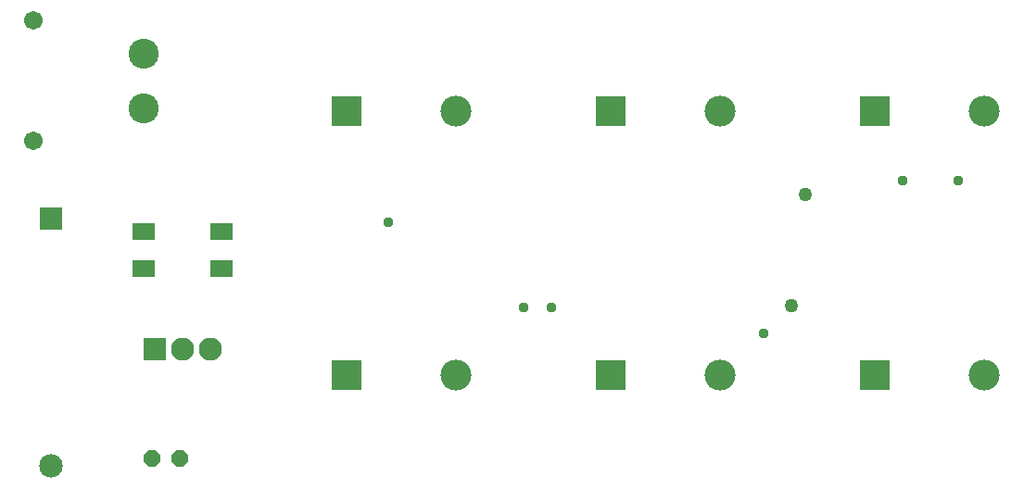
<source format=gbr>
G04 EAGLE Gerber RS-274X export*
G75*
%MOMM*%
%FSLAX34Y34*%
%LPD*%
%INSoldermask Top*%
%IPPOS*%
%AMOC8*
5,1,8,0,0,1.08239X$1,22.5*%
G01*
%ADD10R,2.828200X2.828200*%
%ADD11C,2.828200*%
%ADD12C,2.753200*%
%ADD13C,1.711200*%
%ADD14P,1.649562X8X22.500000*%
%ADD15R,2.123200X2.123200*%
%ADD16C,2.123200*%
%ADD17R,2.003200X1.603200*%
%ADD18R,2.153200X2.153200*%
%ADD19C,2.153200*%
%ADD20C,0.959600*%
%ADD21C,1.259600*%


D10*
X330200Y368300D03*
D11*
X430200Y368300D03*
D10*
X571500Y368300D03*
D11*
X671500Y368300D03*
D10*
X812800Y368300D03*
D11*
X912800Y368300D03*
D10*
X812800Y127000D03*
D11*
X912800Y127000D03*
D10*
X571500Y127000D03*
D11*
X671500Y127000D03*
D10*
X330200Y127000D03*
D11*
X430200Y127000D03*
D12*
X144210Y371240D03*
X144210Y421240D03*
D13*
X44210Y451240D03*
X44210Y341240D03*
D14*
X152400Y50800D03*
X177800Y50800D03*
D15*
X154940Y151130D03*
D16*
X180340Y151130D03*
X205740Y151130D03*
D17*
X215900Y258300D03*
X215900Y224300D03*
X144780Y224300D03*
X144780Y258300D03*
D18*
X59690Y270510D03*
D19*
X59690Y44510D03*
D20*
X368300Y266700D03*
X491490Y189230D03*
X516890Y189230D03*
X838200Y304800D03*
X889000Y304800D03*
X711200Y165100D03*
D21*
X736600Y190500D03*
X749300Y292100D03*
M02*

</source>
